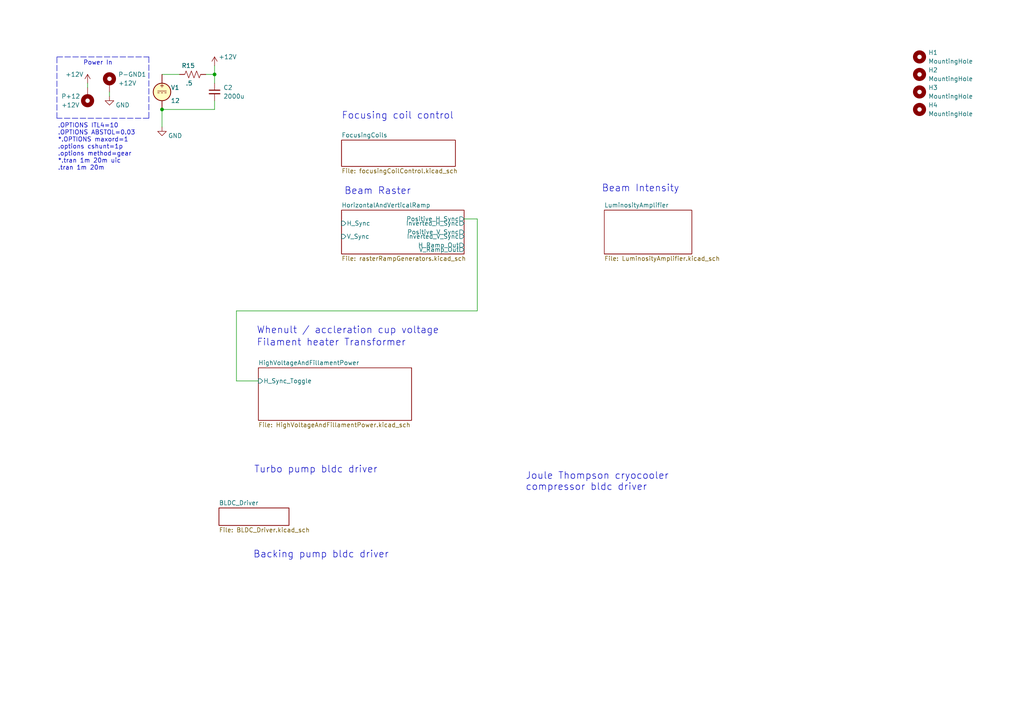
<source format=kicad_sch>
(kicad_sch (version 20231120) (generator "eeschema") (generator_version "8.0")
  (paper "A4")
  (lib_symbols
    (symbol "Device:C_Small" (pin_numbers hide) (pin_names (offset 0.254) hide)
      (property "Reference" "C" (at 0.254 1.778 0))
      (property "Value" "C_Small" (at 0.254 -2.032 0))
      (symbol "C_Small_0_1"
        (polyline (pts (xy -1.524 -0.508) (xy 1.524 -0.508)) (stroke (width 0.3302)))
        (polyline (pts (xy -1.524 0.508) (xy 1.524 0.508)) (stroke (width 0.3048)))
      )
      (symbol "C_Small_1_1"
        (pin passive line (at 0 2.54 270) (length 2.032) (name "~") (number "1"))
        (pin passive line (at 0 -2.54 90) (length 2.032) (name "~") (number "2"))
      )
    )
    (symbol "Device:R_US" (pin_numbers hide) (pin_names (offset 0))
      (property "Reference" "R" (at 2.54 0 90))
      (property "Value" "R_US" (at -2.54 0 90))
      (symbol "R_US_0_1"
        (polyline (pts (xy 0 -2.286) (xy 0 -2.54)))
        (polyline (pts (xy 0 2.286) (xy 0 2.54)))
        (polyline (pts (xy 0 -0.762) (xy 1.016 -1.143) (xy 0 -1.524) (xy -1.016 -1.905) (xy 0 -2.286)))
        (polyline (pts (xy 0 0.762) (xy 1.016 0.381) (xy 0 0) (xy -1.016 -0.381) (xy 0 -0.762)))
        (polyline (pts (xy 0 2.286) (xy 1.016 1.905) (xy 0 1.524) (xy -1.016 1.143) (xy 0 0.762)))
      )
      (symbol "R_US_1_1"
        (pin passive line (at 0 3.81 270) (length 1.27) (name "~") (number "1"))
        (pin passive line (at 0 -3.81 90) (length 1.27) (name "~") (number "2"))
      )
    )
    (symbol "Mechanical:MountingHole" (pin_names (offset 1.016))
      (property "Reference" "H" (at 0 5.08 0))
      (property "Value" "MountingHole" (at 0 3.175 0))
      (symbol "MountingHole_0_1"
        (circle (center 0 0) (radius 1.27) (stroke (width 1.27)))
      )
    )
    (symbol "Mechanical:MountingHole_Pad" (pin_numbers hide) (pin_names (offset 1.016) hide)
      (property "Reference" "H" (at 0 6.35 0))
      (property "Value" "MountingHole_Pad" (at 0 4.445 0))
      (symbol "MountingHole_Pad_0_1"
        (circle (center 0 1.27) (radius 1.27) (stroke (width 1.27)))
      )
      (symbol "MountingHole_Pad_1_1"
        (pin input line (at 0 -2.54 90) (length 2.54) (name "1") (number "1"))
      )
    )
    (symbol "Simulation_SPICE:VDC" (pin_numbers hide) (pin_names (offset 0.0254))
      (property "Reference" "V" (at 2.54 2.54 0))
      (property "Value" "1" (at 2.54 0 0))
      (symbol "VDC_0_0"
        (polyline (pts (xy -1.27 0.254) (xy 1.27 0.254)))
        (polyline (pts (xy -0.762 -0.254) (xy -1.27 -0.254)))
        (polyline (pts (xy 0.254 -0.254) (xy -0.254 -0.254)))
        (polyline (pts (xy 1.27 -0.254) (xy 0.762 -0.254)))
        (text "+" (at 0 1.905 0) (effects (font (size 1.27 1.27))))
      )
      (symbol "VDC_0_1"
        (circle (center 0 0) (radius 2.54) (stroke (width 0.254)) (fill (type background)))
      )
      (symbol "VDC_1_1"
        (pin passive line (at 0 5.08 270) (length 2.54) (name "~") (number "1"))
        (pin passive line (at 0 -5.08 90) (length 2.54) (name "~") (number "2"))
      )
    )
    (symbol "power:+12V" (power) (pin_names (offset 0))
      (property "Value" "+12V" (at 0 3.556 0))
      (symbol "+12V_0_1"
        (polyline (pts (xy -0.762 1.27) (xy 0 2.54)))
        (polyline (pts (xy 0 0) (xy 0 2.54)))
        (polyline (pts (xy 0 2.54) (xy 0.762 1.27)))
      )
      (symbol "+12V_1_1"
        (pin power_in line (at 0 0 90) (length 0) hide (name "+12V") (number "1"))
      )
    )
    (symbol "power:GND" (power) (pin_names (offset 0))
      (property "Value" "GND" (at 0 -3.81 0))
      (symbol "GND_0_1"
        (polyline (pts (xy 0 0) (xy 0 -1.27) (xy 1.27 -1.27) (xy 0 -2.54) (xy -1.27 -1.27) (xy 0 -1.27)))
      )
      (symbol "GND_1_1"
        (pin power_in line (at 0 0 270) (length 0) hide (name "GND") (number "1"))
      )
    )
  )
  (junction (at 62.23 21.59))
  (junction (at 46.99 31.75))
  (wire (pts (xy 68.58 110.49) (xy 74.93 110.49)))
  (wire (pts (xy 25.4 25.4) (xy 25.4 24.13)))
  (wire (pts (xy 46.99 31.75) (xy 62.23 31.75)))
  (wire (pts (xy 31.75 26.67) (xy 31.75 27.94)))
  (wire (pts (xy 62.23 19.05) (xy 62.23 21.59)))
  (wire (pts (xy 138.43 63.5) (xy 138.43 90.17)))
  (wire (pts (xy 46.99 31.75) (xy 46.99 36.83)))
  (polyline (pts (xy 43.18 34.29) (xy 16.51 34.29)) (stroke (width 0) (type dash)))
  (wire (pts (xy 46.99 21.59) (xy 52.07 21.59)))
  (polyline (pts (xy 16.51 34.29) (xy 16.51 16.51)) (stroke (width 0) (type dash)))
  (wire (pts (xy 68.58 90.17) (xy 68.58 110.49)))
  (wire (pts (xy 62.23 29.21) (xy 62.23 31.75)))
  (wire (pts (xy 134.62 63.5) (xy 138.43 63.5)))
  (wire (pts (xy 62.23 21.59) (xy 62.23 24.13)))
  (polyline (pts (xy 16.51 16.51) (xy 43.18 16.51)) (stroke (width 0) (type dash)))
  (wire (pts (xy 138.43 90.17) (xy 68.58 90.17)))
  (wire (pts (xy 59.69 21.59) (xy 62.23 21.59)))
  (polyline (pts (xy 43.18 16.51) (xy 43.18 34.29)) (stroke (width 0) (type dash)))
  (text "Joule Thompson cryocooler\ncompressor bldc driver" (at 152.4 142.494 0) (effects (font (size 2 2)) (justify left bottom)))
  (text "Turbo pump bldc driver" (at 73.66 137.414 0) (effects (font (size 2 2)) (justify left bottom)))
  (text "Whenult / accleration cup voltage" (at 74.422 97.028 0) (effects (font (size 2 2)) (justify left bottom)))
  (text "Backing pump bldc driver" (at 73.406 162.052 0) (effects (font (size 2 2)) (justify left bottom)))
  (text "Power In" (at 24.13 19.05 0) (effects (font (size 1.27 1.27)) (justify left bottom)))
  (text "Filament heater Transformer" (at 74.422 100.584 0) (effects (font (size 2 2)) (justify left bottom)))
  (text ".OPTIONS ITL4=10\n.OPTIONS ABSTOL=0.03\n*.OPTIONS maxord=1\n.options cshunt=1p\n.options method=gear\n*.tran 1m 20m uic\n.tran 1m 20m" (at 16.764 49.53 0) (effects (font (size 1.27 1.27)) (justify left bottom)))
  (text "Beam Intensity" (at 174.498 55.88 0) (effects (font (size 2 2)) (justify left bottom)))
  (text "Beam Raster" (at 99.822 56.642 0) (effects (font (size 2 2)) (justify left bottom)))
  (text "Focusing coil control" (at 99.06 34.798 0) (effects (font (size 2 2)) (justify left bottom)))
  (symbol (lib_id "power:+12V") (at 62.23 19.05 0) (unit 1)
    (property "Reference" "#PWR04" (effects (hide yes)))
    (property "Value" "+12V" (at 66.04 16.51 0))
  )
  (symbol (lib_id "power:GND") (at 46.99 36.83 0) (unit 1)
    (property "Reference" "#PWR021" (effects (hide yes)))
    (property "Value" "GND" (at 50.8 39.37 0))
    (property "Sim.Device" "V" (effects (hide yes)))
    (property "Sim.Type" "DC" (effects (hide yes)))
    (property "Sim.Pins" "1=+" (effects (hide yes)))
    (property "Sim.Params" "dc=0" (effects (hide yes)))
  )
  (symbol (lib_id "Mechanical:MountingHole") (at 266.7 16.51 0) (unit 1) (exclude_from_sim yes)
    (property "Reference" "H1" (at 269.24 15.24 0) (effects (justify left)))
    (property "Value" "MountingHole" (at 269.24 17.78 0) (effects (justify left)))
    (property "Footprint" "MountingHole:MountingHole_2.5mm" (effects (hide yes)))
  )
  (symbol (lib_id "Mechanical:MountingHole") (at 266.7 26.67 0) (unit 1) (exclude_from_sim yes)
    (property "Reference" "H3" (at 269.24 25.4 0) (effects (justify left)))
    (property "Value" "MountingHole" (at 269.24 27.94 0) (effects (justify left)))
    (property "Footprint" "MountingHole:MountingHole_2.5mm" (effects (hide yes)))
  )
  (symbol (lib_id "power:GND") (at 31.75 27.94 0) (unit 1)
    (property "Reference" "#PWR025" (effects (hide yes)))
    (property "Value" "GND" (at 35.56 30.48 0))
    (property "Sim.Device" "V" (effects (hide yes)))
    (property "Sim.Type" "DC" (effects (hide yes)))
    (property "Sim.Pins" "1=+" (effects (hide yes)))
    (property "Sim.Params" "dc=0" (effects (hide yes)))
  )
  (symbol (lib_id "Device:C_Small") (at 62.23 26.67 0) (unit 1)
    (property "Reference" "C2" (at 64.77 25.4063 0) (effects (justify left)))
    (property "Value" "2000u" (at 64.77 27.9463 0) (effects (justify left)))
    (property "Footprint" "Capacitor_SMD:C_1206_3216Metric" (effects (hide yes)))
    (property "Sim.Device" "C" (effects (hide yes)))
    (property "Sim.Pins" "1=+ 2=-" (effects (hide yes)))
  )
  (symbol (lib_id "Device:R_US") (at 55.88 21.59 90) (unit 1)
    (property "Reference" "R15" (at 54.61 19.05 90))
    (property "Value" ".5" (at 55.88 24.13 90) (effects (justify left)))
    (property "Footprint" "Resistor_SMD:R_1210_3225Metric" (effects (hide yes)))
  )
  (symbol (lib_id "Mechanical:MountingHole") (at 266.7 31.75 0) (unit 1) (exclude_from_sim yes)
    (property "Reference" "H4" (at 269.24 30.48 0) (effects (justify left)))
    (property "Value" "MountingHole" (at 269.24 33.02 0) (effects (justify left)))
    (property "Footprint" "MountingHole:MountingHole_2.5mm" (effects (hide yes)))
  )
  (symbol (lib_id "Mechanical:MountingHole_Pad") (at 25.4 27.94 180) (unit 1) (exclude_from_sim yes)
    (property "Reference" "P+12" (at 17.78 27.94 0) (effects (justify right)))
    (property "Value" "+12V" (at 17.78 30.48 0) (effects (justify right)))
    (property "Footprint" "Connector_Wire:SolderWire-0.25sqmm_1x01_D0.65mm_OD2mm_Relief" (effects (hide yes)))
    (property "Sim.Device" "TLINE" (effects (hide yes)))
    (property "Sim.Pins" "1=1+" (effects (hide yes)))
  )
  (symbol (lib_id "power:+12V") (at 25.4 24.13 0) (unit 1)
    (property "Reference" "#PWR026" (effects (hide yes)))
    (property "Value" "+12V" (at 21.59 21.59 0))
  )
  (symbol (lib_id "Mechanical:MountingHole") (at 266.7 21.59 0) (unit 1) (exclude_from_sim yes)
    (property "Reference" "H2" (at 269.24 20.32 0) (effects (justify left)))
    (property "Value" "MountingHole" (at 269.24 22.86 0) (effects (justify left)))
    (property "Footprint" "MountingHole:MountingHole_2.5mm" (effects (hide yes)))
  )
  (symbol (lib_id "Simulation_SPICE:VDC") (at 46.99 26.67 0) (unit 1)
    (property "Reference" "V1" (at 49.53 25.4 0) (effects (justify left)))
    (property "Value" "12" (at 49.53 29.21 0) (effects (justify left)))
    (property "Datasheet" "https://ngspice.sourceforge.io/docs/ngspice-html-manual/manual.xhtml#sec_Independent_Sources_for" (effects (hide yes)))
    (property "Sim.Pins" "1=+ 2=-" (effects (hide yes)))
    (property "Sim.Type" "DC" (effects (hide yes)))
    (property "Sim.Device" "V" (effects (hide yes)))
  )
  (symbol (lib_id "Mechanical:MountingHole_Pad") (at 31.75 24.13 0) (unit 1) (exclude_from_sim yes)
    (property "Reference" "P-GND1" (at 34.29 21.59 0) (effects (justify left)))
    (property "Value" "+12V" (at 34.29 24.13 0) (effects (justify left)))
    (property "Footprint" "Connector_Wire:SolderWire-0.25sqmm_1x01_D0.65mm_OD2mm_Relief" (effects (hide yes)))
    (property "Sim.Device" "TLINE" (effects (hide yes)))
    (property "Sim.Pins" "1=1+" (effects (hide yes)))
  )
  (sheet (at 63.5 147.32) (size 20.32 5.08) (stroke (width 0.1524))
    (property "Sheetname" "BLDC_Driver" (at 63.5 146.6084 0) (effects (justify left bottom)))
    (property "Sheetfile" "BLDC_Driver.kicad_sch" (at 63.5 152.9846 0) (effects (justify left top)))
  )
  (sheet (at 74.93 106.68) (size 44.45 15.24) (stroke (width 0.1524))
    (property "Sheetname" "HighVoltageAndFillamentPower" (at 74.93 105.9684 0) (effects (justify left bottom)))
    (property "Sheetfile" "HighVoltageAndFillamentPower.kicad_sch" (at 74.93 122.5046 0) (effects (justify left top)))
    (pin "H_Sync_Toggle" input (at 74.93 110.49 180))
  )
  (sheet (at 99.06 40.64) (size 33.02 7.62) (stroke (width 0.1524))
    (property "Sheetname" "FocusingCoils" (at 99.06 39.9284 0) (effects (justify left bottom)))
    (property "Sheetfile" "focusingCoilControl.kicad_sch" (at 99.06 48.8446 0) (effects (justify left top)))
  )
  (sheet (at 99.06 60.96) (size 35.56 12.7) (stroke (width 0.1524))
    (property "Sheetname" "HorizontalAndVerticalRamp" (at 99.06 60.2484 0) (effects (justify left bottom)))
    (property "Sheetfile" "rasterRampGenerators.kicad_sch" (at 99.06 74.2446 0) (effects (justify left top)))
    (pin "Inverted_V_Sync" output (at 134.62 68.58 0))
    (pin "V_Ramp_Out" output (at 134.62 72.39 0))
    (pin "Positive_H_Sync" output (at 134.62 63.5 0))
    (pin "Positive_V_Sync" output (at 134.62 67.31 0))
    (pin "H_Ramp_Out" output (at 134.62 71.12 0))
    (pin "Inverted_H_Sync" output (at 134.62 64.77 0))
    (pin "V_Sync" input (at 99.06 68.58 180))
    (pin "H_Sync" input (at 99.06 64.77 180))
  )
  (sheet (at 175.26 60.96) (size 25.4 12.7) (stroke (width 0.1524))
    (property "Sheetname" "LuminosityAmplifier" (at 175.26 60.2484 0) (effects (justify left bottom)))
    (property "Sheetfile" "LuminosityAmplifier.kicad_sch" (at 175.26 74.2446 0) (effects (justify left top)))
  )
)
</source>
